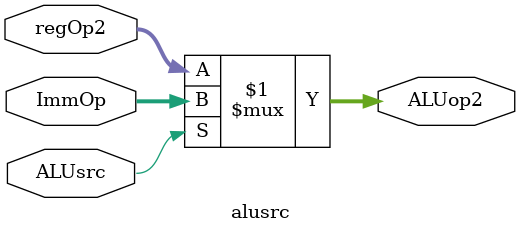
<source format=sv>
module alusrc #(
    parameter WIDTH = 32
) (
    input logic     [WIDTH-1:0]     regOp2,
    input logic     [WIDTH-1:0]     ImmOp,
    input logic                     ALUsrc,
    output logic    [WIDTH-1:0]     ALUop2
);
    assign ALUop2 = ALUsrc ? ImmOp : regOp2;    
    
endmodule
</source>
